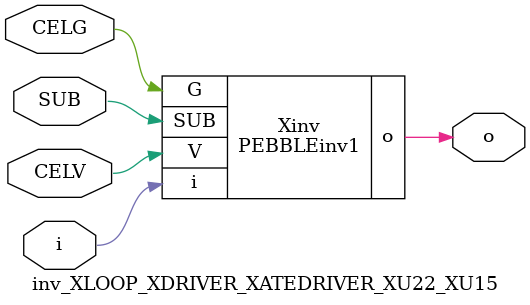
<source format=v>



module PEBBLEinv1 ( o, G, SUB, V, i );

  input V;
  input i;
  input G;
  output o;
  input SUB;
endmodule

//Celera Confidential Do Not Copy inv_XLOOP_XDRIVER_XATEDRIVER_XU22_XU15
//Celera Confidential Symbol Generator
//5V Inverter
module inv_XLOOP_XDRIVER_XATEDRIVER_XU22_XU15 (CELV,CELG,i,o,SUB);
input CELV;
input CELG;
input i;
input SUB;
output o;

//Celera Confidential Do Not Copy inv
PEBBLEinv1 Xinv(
.V (CELV),
.i (i),
.o (o),
.SUB (SUB),
.G (CELG)
);
//,diesize,PEBBLEinv1

//Celera Confidential Do Not Copy Module End
//Celera Schematic Generator
endmodule

</source>
